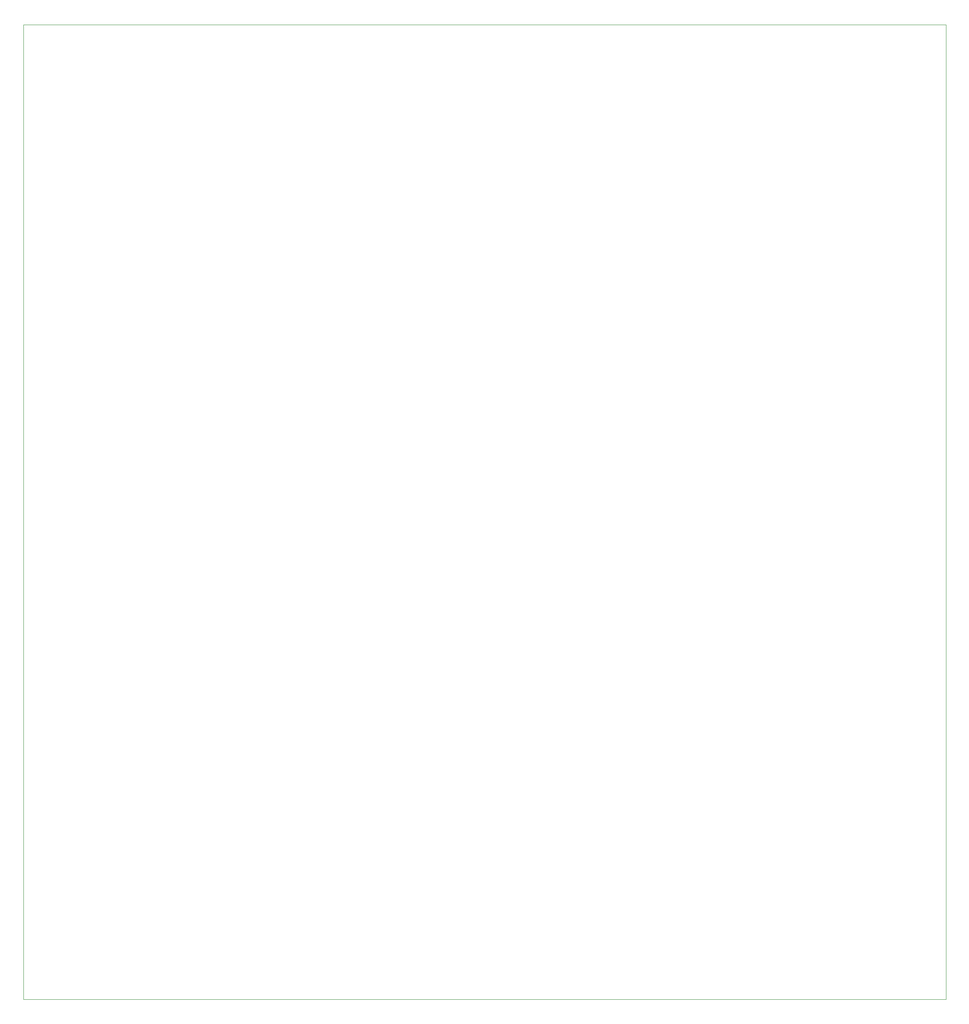
<source format=gm1>
%TF.GenerationSoftware,KiCad,Pcbnew,(6.0.0)*%
%TF.CreationDate,2023-01-18T16:53:03+01:00*%
%TF.ProjectId,backpannel_pcb_11x11_small,6261636b-7061-46e6-9e65-6c5f7063625f,rev?*%
%TF.SameCoordinates,Original*%
%TF.FileFunction,Profile,NP*%
%FSLAX46Y46*%
G04 Gerber Fmt 4.6, Leading zero omitted, Abs format (unit mm)*
G04 Created by KiCad (PCBNEW (6.0.0)) date 2023-01-18 16:53:03*
%MOMM*%
%LPD*%
G01*
G04 APERTURE LIST*
%TA.AperFunction,Profile*%
%ADD10C,0.100000*%
%TD*%
G04 APERTURE END LIST*
D10*
X-95000000Y98600000D02*
X95000000Y98600000D01*
X95000000Y98600000D02*
X95000000Y-102000000D01*
X95000000Y-102000000D02*
X-95000000Y-102000000D01*
X-95000000Y-102000000D02*
X-95000000Y98600000D01*
M02*

</source>
